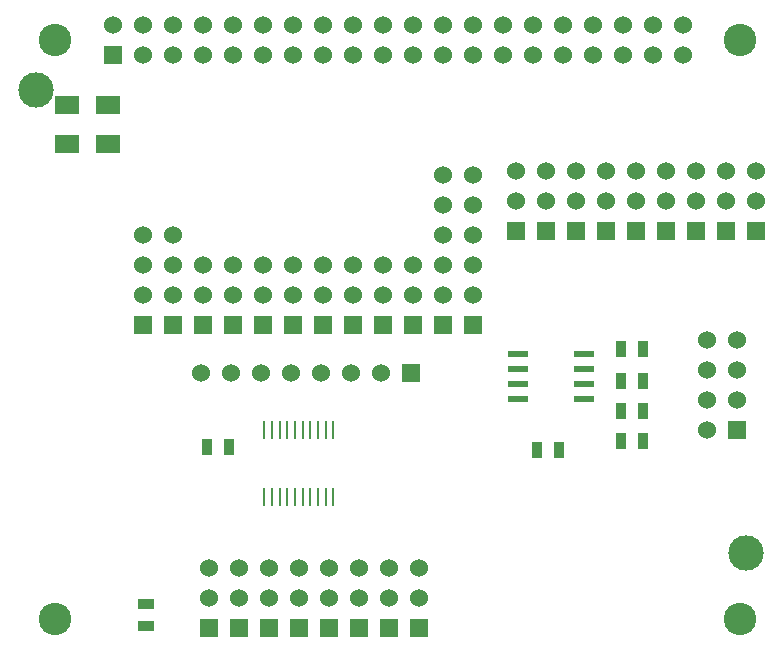
<source format=gts>
G04 (created by PCBNEW (2013-05-31 BZR 4019)-stable) date 8/24/2014 4:13:45 PM*
%MOIN*%
G04 Gerber Fmt 3.4, Leading zero omitted, Abs format*
%FSLAX34Y34*%
G01*
G70*
G90*
G04 APERTURE LIST*
%ADD10C,0.00590551*%
%ADD11R,0.06X0.06*%
%ADD12C,0.06*%
%ADD13R,0.08X0.06*%
%ADD14R,0.035X0.055*%
%ADD15C,0.108268*%
%ADD16R,0.00984252X0.0610236*%
%ADD17R,0.055X0.035*%
%ADD18R,0.065X0.0236*%
%ADD19C,0.11811*%
G04 APERTURE END LIST*
G54D10*
G54D11*
X32854Y-28594D03*
G54D12*
X32854Y-27594D03*
X32854Y-26594D03*
X32854Y-25594D03*
G54D11*
X34854Y-28594D03*
G54D12*
X34854Y-27594D03*
X34854Y-26594D03*
G54D11*
X36854Y-28594D03*
G54D12*
X36854Y-27594D03*
X36854Y-26594D03*
G54D11*
X38854Y-28594D03*
G54D12*
X38854Y-27594D03*
X38854Y-26594D03*
G54D11*
X40854Y-28594D03*
G54D12*
X40854Y-27594D03*
X40854Y-26594D03*
G54D11*
X37854Y-28594D03*
G54D12*
X37854Y-27594D03*
X37854Y-26594D03*
G54D11*
X39854Y-28594D03*
G54D12*
X39854Y-27594D03*
X39854Y-26594D03*
G54D11*
X42854Y-28594D03*
G54D12*
X42854Y-27594D03*
X42854Y-26594D03*
X42854Y-25594D03*
X42854Y-24594D03*
X42854Y-23594D03*
G54D11*
X31854Y-28594D03*
G54D12*
X31854Y-27594D03*
X31854Y-26594D03*
X31854Y-25594D03*
G54D11*
X35854Y-28594D03*
G54D12*
X35854Y-27594D03*
X35854Y-26594D03*
G54D11*
X41854Y-28594D03*
G54D12*
X41854Y-27594D03*
X41854Y-26594D03*
X41854Y-25594D03*
X41854Y-24594D03*
X41854Y-23594D03*
G54D13*
X30709Y-21266D03*
X30709Y-22566D03*
G54D11*
X44309Y-25466D03*
G54D12*
X44309Y-24466D03*
X44309Y-23466D03*
G54D11*
X45309Y-25466D03*
G54D12*
X45309Y-24466D03*
X45309Y-23466D03*
G54D11*
X47309Y-25466D03*
G54D12*
X47309Y-24466D03*
X47309Y-23466D03*
G54D11*
X48309Y-25466D03*
G54D12*
X48309Y-24466D03*
X48309Y-23466D03*
G54D11*
X50309Y-25466D03*
G54D12*
X50309Y-24466D03*
X50309Y-23466D03*
G54D11*
X46309Y-25466D03*
G54D12*
X46309Y-24466D03*
X46309Y-23466D03*
G54D11*
X49309Y-25466D03*
G54D12*
X49309Y-24466D03*
X49309Y-23466D03*
G54D11*
X51309Y-25466D03*
G54D12*
X51309Y-24466D03*
X51309Y-23466D03*
G54D11*
X52309Y-25466D03*
G54D12*
X52309Y-24466D03*
X52309Y-23466D03*
G54D11*
X30854Y-19594D03*
G54D12*
X30854Y-18594D03*
X35854Y-19594D03*
X31854Y-18594D03*
X36854Y-19594D03*
X32854Y-18594D03*
X37854Y-19594D03*
X33854Y-18594D03*
X38854Y-19594D03*
X34854Y-18594D03*
X39854Y-19594D03*
X35854Y-18594D03*
X40854Y-19594D03*
X36854Y-18594D03*
X41854Y-19594D03*
X37854Y-18594D03*
X42854Y-19594D03*
X38854Y-18594D03*
X43854Y-19594D03*
X39854Y-18594D03*
X44854Y-19594D03*
X40854Y-18594D03*
X45854Y-19594D03*
X41854Y-18594D03*
X42854Y-18594D03*
X46854Y-19594D03*
X43854Y-18594D03*
X45854Y-18594D03*
X46854Y-18594D03*
X47854Y-18594D03*
X48854Y-18594D03*
X47854Y-19594D03*
X48854Y-19594D03*
X31854Y-19594D03*
X32854Y-19594D03*
X33854Y-19594D03*
X34854Y-19594D03*
X49854Y-19594D03*
X49854Y-18594D03*
X44854Y-18594D03*
G54D11*
X33854Y-28594D03*
G54D12*
X33854Y-27594D03*
X33854Y-26594D03*
X35809Y-30216D03*
X36809Y-30216D03*
G54D11*
X40809Y-30216D03*
G54D12*
X39809Y-30216D03*
X38809Y-30216D03*
X37809Y-30216D03*
X34809Y-30216D03*
X33809Y-30216D03*
G54D14*
X48534Y-29416D03*
X47784Y-29416D03*
X48534Y-30456D03*
X47784Y-30456D03*
X48534Y-31476D03*
X47784Y-31476D03*
X48534Y-32456D03*
X47784Y-32456D03*
G54D11*
X51659Y-32116D03*
G54D12*
X50659Y-32116D03*
X51659Y-31116D03*
X50659Y-31116D03*
X51659Y-30116D03*
X50659Y-30116D03*
X51659Y-29116D03*
X50659Y-29116D03*
G54D15*
X51771Y-38385D03*
X28937Y-38385D03*
X51771Y-19094D03*
X28937Y-19094D03*
G54D11*
X41059Y-38716D03*
G54D12*
X41059Y-37716D03*
X41059Y-36716D03*
G54D11*
X40059Y-38716D03*
G54D12*
X40059Y-37716D03*
X40059Y-36716D03*
G54D11*
X39059Y-38716D03*
G54D12*
X39059Y-37716D03*
X39059Y-36716D03*
G54D11*
X38059Y-38716D03*
G54D12*
X38059Y-37716D03*
X38059Y-36716D03*
G54D11*
X37059Y-38716D03*
G54D12*
X37059Y-37716D03*
X37059Y-36716D03*
G54D11*
X36059Y-38716D03*
G54D12*
X36059Y-37716D03*
X36059Y-36716D03*
G54D11*
X35059Y-38716D03*
G54D12*
X35059Y-37716D03*
X35059Y-36716D03*
G54D11*
X34059Y-38716D03*
G54D12*
X34059Y-37716D03*
X34059Y-36716D03*
G54D16*
X35897Y-34318D03*
X36163Y-34318D03*
X36419Y-34318D03*
X36675Y-34318D03*
X36931Y-34318D03*
X37187Y-34318D03*
X37442Y-34318D03*
X37698Y-34318D03*
X37954Y-34318D03*
X38210Y-34318D03*
X38210Y-32114D03*
X37954Y-32114D03*
X37698Y-32114D03*
X37442Y-32114D03*
X37187Y-32114D03*
X36931Y-32114D03*
X36675Y-32114D03*
X36419Y-32114D03*
X36163Y-32114D03*
X35907Y-32114D03*
G54D13*
X29334Y-21266D03*
X29334Y-22566D03*
G54D14*
X34734Y-32666D03*
X33984Y-32666D03*
G54D17*
X31959Y-37891D03*
X31959Y-38641D03*
G54D14*
X44984Y-32766D03*
X45734Y-32766D03*
G54D18*
X44359Y-31066D03*
X46559Y-31066D03*
X44359Y-30566D03*
X44359Y-30066D03*
X44359Y-29566D03*
X46559Y-30566D03*
X46559Y-30066D03*
X46559Y-29566D03*
G54D19*
X51959Y-36216D03*
X28309Y-20766D03*
M02*

</source>
